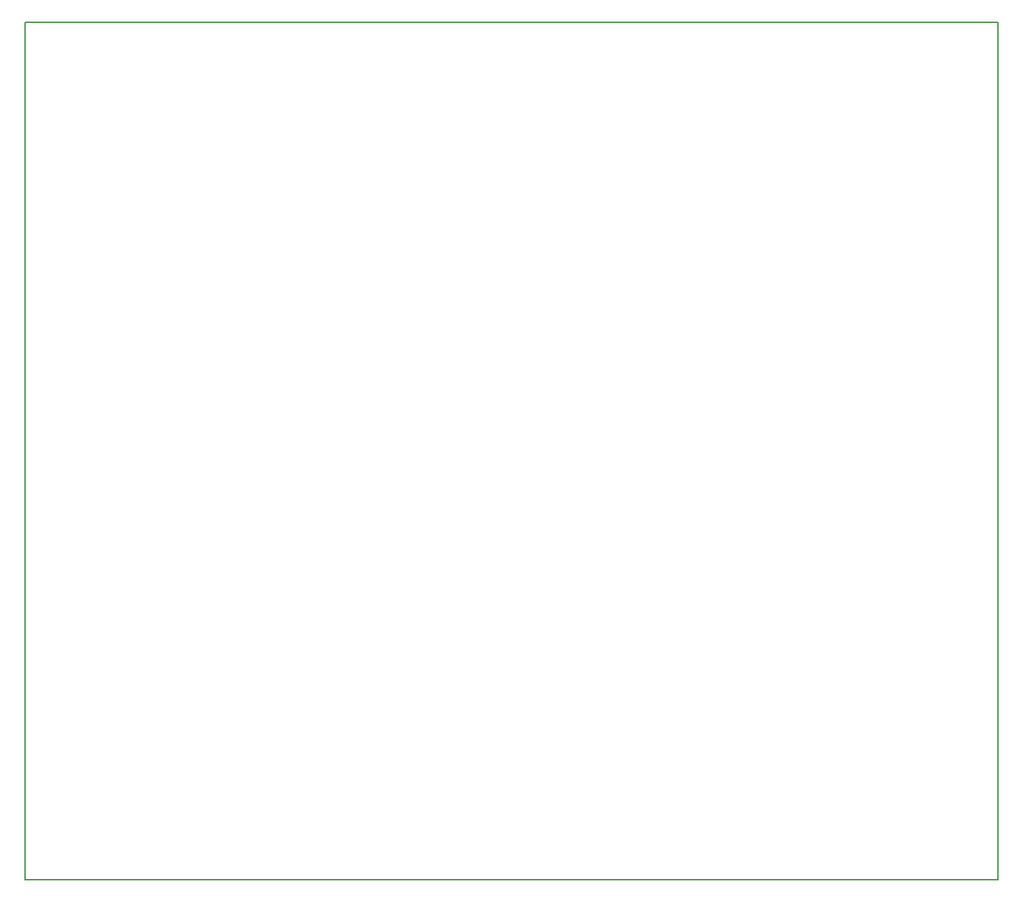
<source format=gbr>
G04 #@! TF.GenerationSoftware,KiCad,Pcbnew,(5.0.0)*
G04 #@! TF.CreationDate,2019-01-25T09:41:45+01:00*
G04 #@! TF.ProjectId,cosi_pwr,636F73695F7077722E6B696361645F70,0.1*
G04 #@! TF.SameCoordinates,Original*
G04 #@! TF.FileFunction,Profile,NP*
%FSLAX46Y46*%
G04 Gerber Fmt 4.6, Leading zero omitted, Abs format (unit mm)*
G04 Created by KiCad (PCBNEW (5.0.0)) date 01/25/19 09:41:45*
%MOMM*%
%LPD*%
G01*
G04 APERTURE LIST*
%ADD10C,0.150000*%
G04 APERTURE END LIST*
D10*
X188214000Y-38100000D02*
X178308000Y-38100000D01*
X188214000Y-142367000D02*
X188214000Y-38100000D01*
X178308000Y-142367000D02*
X188214000Y-142367000D01*
X178308000Y-38100000D02*
X176530000Y-38100000D01*
X176530000Y-142367000D02*
X178308000Y-142367000D01*
X69850000Y-142367000D02*
X69850000Y-138176000D01*
X69850000Y-142367000D02*
X176530000Y-142367000D01*
X69850000Y-38100000D02*
X69850000Y-38735000D01*
X176530000Y-38100000D02*
X69850000Y-38100000D01*
X69850000Y-38100000D02*
X69850000Y-138430000D01*
M02*

</source>
